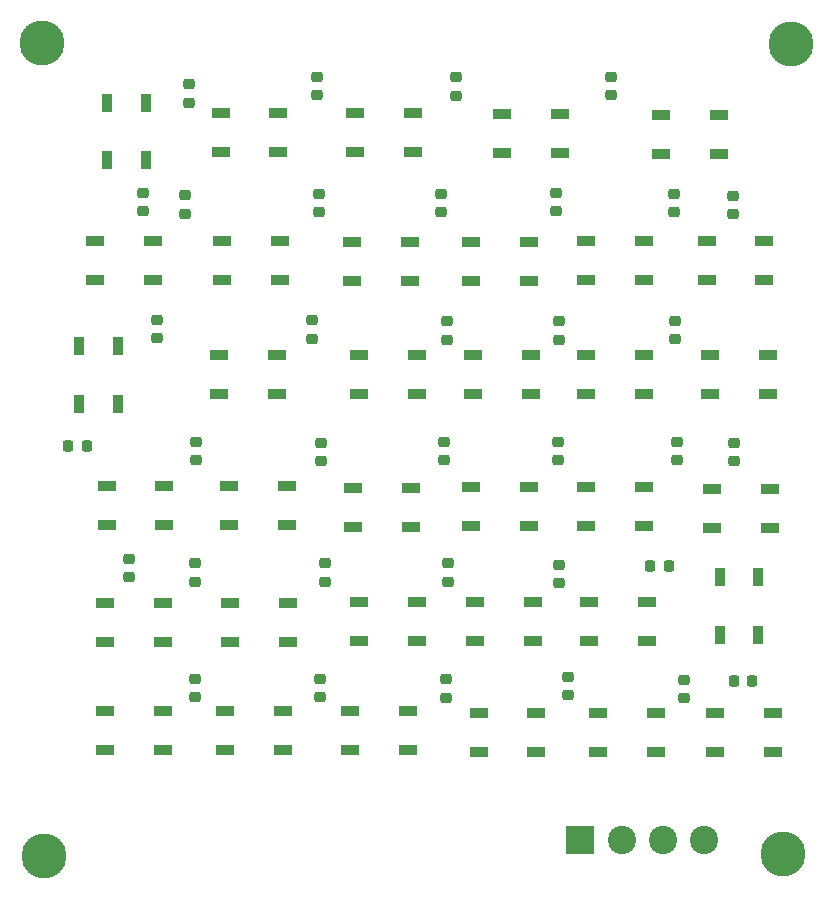
<source format=gts>
G04 #@! TF.GenerationSoftware,KiCad,Pcbnew,7.0.5*
G04 #@! TF.CreationDate,2023-10-10T09:39:28+02:00*
G04 #@! TF.ProjectId,Lichten-PCB,4c696368-7465-46e2-9d50-43422e6b6963,rev?*
G04 #@! TF.SameCoordinates,Original*
G04 #@! TF.FileFunction,Soldermask,Top*
G04 #@! TF.FilePolarity,Negative*
%FSLAX46Y46*%
G04 Gerber Fmt 4.6, Leading zero omitted, Abs format (unit mm)*
G04 Created by KiCad (PCBNEW 7.0.5) date 2023-10-10 09:39:28*
%MOMM*%
%LPD*%
G01*
G04 APERTURE LIST*
G04 Aperture macros list*
%AMRoundRect*
0 Rectangle with rounded corners*
0 $1 Rounding radius*
0 $2 $3 $4 $5 $6 $7 $8 $9 X,Y pos of 4 corners*
0 Add a 4 corners polygon primitive as box body*
4,1,4,$2,$3,$4,$5,$6,$7,$8,$9,$2,$3,0*
0 Add four circle primitives for the rounded corners*
1,1,$1+$1,$2,$3*
1,1,$1+$1,$4,$5*
1,1,$1+$1,$6,$7*
1,1,$1+$1,$8,$9*
0 Add four rect primitives between the rounded corners*
20,1,$1+$1,$2,$3,$4,$5,0*
20,1,$1+$1,$4,$5,$6,$7,0*
20,1,$1+$1,$6,$7,$8,$9,0*
20,1,$1+$1,$8,$9,$2,$3,0*%
G04 Aperture macros list end*
%ADD10RoundRect,0.225000X0.250000X-0.225000X0.250000X0.225000X-0.250000X0.225000X-0.250000X-0.225000X0*%
%ADD11R,0.900000X1.500000*%
%ADD12R,1.500000X0.900000*%
%ADD13RoundRect,0.225000X0.225000X0.250000X-0.225000X0.250000X-0.225000X-0.250000X0.225000X-0.250000X0*%
%ADD14C,3.800000*%
%ADD15RoundRect,0.225000X-0.225000X-0.250000X0.225000X-0.250000X0.225000X0.250000X-0.225000X0.250000X0*%
%ADD16R,2.400000X2.400000*%
%ADD17C,2.400000*%
G04 APERTURE END LIST*
D10*
X140500000Y-97875000D03*
X140500000Y-96325000D03*
D11*
X111700000Y-82700000D03*
X115000000Y-82700000D03*
X115000000Y-77800000D03*
X111700000Y-77800000D03*
D10*
X159750000Y-87100000D03*
X159750000Y-85550000D03*
D11*
X109350000Y-103350000D03*
X112650000Y-103350000D03*
X112650000Y-98450000D03*
X109350000Y-98450000D03*
D12*
X111700000Y-110300000D03*
X111700000Y-113600000D03*
X116600000Y-113600000D03*
X116600000Y-110300000D03*
X111550000Y-129350000D03*
X111550000Y-132650000D03*
X116450000Y-132650000D03*
X116450000Y-129350000D03*
D10*
X119200000Y-118375000D03*
X119200000Y-116825000D03*
D13*
X110025000Y-106850000D03*
X108475000Y-106850000D03*
D12*
X162500000Y-89550000D03*
X162500000Y-92850000D03*
X167400000Y-92850000D03*
X167400000Y-89550000D03*
X162950000Y-110550000D03*
X162950000Y-113850000D03*
X167850000Y-113850000D03*
X167850000Y-110550000D03*
D10*
X116000000Y-97775000D03*
X116000000Y-96225000D03*
D12*
X158650000Y-78850000D03*
X158650000Y-82150000D03*
X163550000Y-82150000D03*
X163550000Y-78850000D03*
X142750000Y-99200000D03*
X142750000Y-102500000D03*
X147650000Y-102500000D03*
X147650000Y-99200000D03*
D10*
X118350000Y-87200000D03*
X118350000Y-85650000D03*
X114800000Y-86975000D03*
X114800000Y-85425000D03*
X150000000Y-118475000D03*
X150000000Y-116925000D03*
D12*
X143200000Y-129500000D03*
X143200000Y-132800000D03*
X148100000Y-132800000D03*
X148100000Y-129500000D03*
X133050000Y-99150000D03*
X133050000Y-102450000D03*
X137950000Y-102450000D03*
X137950000Y-99150000D03*
X121750000Y-129350000D03*
X121750000Y-132650000D03*
X126650000Y-132650000D03*
X126650000Y-129350000D03*
X162800000Y-99200000D03*
X162800000Y-102500000D03*
X167700000Y-102500000D03*
X167700000Y-99200000D03*
D10*
X149750000Y-87000000D03*
X149750000Y-85450000D03*
X160600000Y-128200000D03*
X160600000Y-126650000D03*
D12*
X122100000Y-110300000D03*
X122100000Y-113600000D03*
X127000000Y-113600000D03*
X127000000Y-110300000D03*
X152300000Y-89550000D03*
X152300000Y-92850000D03*
X157200000Y-92850000D03*
X157200000Y-89550000D03*
D11*
X163600000Y-122900000D03*
X166900000Y-122900000D03*
X166900000Y-118000000D03*
X163600000Y-118000000D03*
D10*
X130200000Y-118350000D03*
X130200000Y-116800000D03*
X140300000Y-108050000D03*
X140300000Y-106500000D03*
X129100000Y-97800000D03*
X129100000Y-96250000D03*
X140600000Y-118375000D03*
X140600000Y-116825000D03*
D12*
X121450000Y-89550000D03*
X121450000Y-92850000D03*
X126350000Y-92850000D03*
X126350000Y-89550000D03*
X122150000Y-120150000D03*
X122150000Y-123450000D03*
X127050000Y-123450000D03*
X127050000Y-120150000D03*
D10*
X164800000Y-108175000D03*
X164800000Y-106625000D03*
X150000000Y-97875000D03*
X150000000Y-96325000D03*
D14*
X169610000Y-72860000D03*
D12*
X142600000Y-89600000D03*
X142600000Y-92900000D03*
X147500000Y-92900000D03*
X147500000Y-89600000D03*
D14*
X169000000Y-141400000D03*
D10*
X118675000Y-77800000D03*
X118675000Y-76250000D03*
D12*
X110700000Y-89550000D03*
X110700000Y-92850000D03*
X115600000Y-92850000D03*
X115600000Y-89550000D03*
D10*
X154400000Y-77175000D03*
X154400000Y-75625000D03*
X129900000Y-108150000D03*
X129900000Y-106600000D03*
D12*
X132750000Y-78650000D03*
X132750000Y-81950000D03*
X137650000Y-81950000D03*
X137650000Y-78650000D03*
D10*
X129650000Y-87050000D03*
X129650000Y-85500000D03*
D12*
X153350000Y-129500000D03*
X153350000Y-132800000D03*
X158250000Y-132800000D03*
X158250000Y-129500000D03*
D10*
X129550000Y-77200000D03*
X129550000Y-75650000D03*
X140400000Y-128175000D03*
X140400000Y-126625000D03*
D12*
X133100000Y-120100000D03*
X133100000Y-123400000D03*
X138000000Y-123400000D03*
X138000000Y-120100000D03*
D10*
X113600000Y-117975000D03*
X113600000Y-116425000D03*
X119200000Y-128150000D03*
X119200000Y-126600000D03*
X141300000Y-77225000D03*
X141300000Y-75675000D03*
D13*
X159300000Y-117000000D03*
X157750000Y-117000000D03*
D14*
X106400000Y-141600000D03*
D15*
X164825000Y-126750000D03*
X166375000Y-126750000D03*
D12*
X152300000Y-110350000D03*
X152300000Y-113650000D03*
X157200000Y-113650000D03*
X157200000Y-110350000D03*
X121200000Y-99200000D03*
X121200000Y-102500000D03*
X126100000Y-102500000D03*
X126100000Y-99200000D03*
X145200000Y-78800000D03*
X145200000Y-82100000D03*
X150100000Y-82100000D03*
X150100000Y-78800000D03*
X152550000Y-120050000D03*
X152550000Y-123350000D03*
X157450000Y-123350000D03*
X157450000Y-120050000D03*
X142550000Y-110350000D03*
X142550000Y-113650000D03*
X147450000Y-113650000D03*
X147450000Y-110350000D03*
X142900000Y-120100000D03*
X142900000Y-123400000D03*
X147800000Y-123400000D03*
X147800000Y-120100000D03*
X152300000Y-99200000D03*
X152300000Y-102500000D03*
X157200000Y-102500000D03*
X157200000Y-99200000D03*
X132600000Y-110400000D03*
X132600000Y-113700000D03*
X137500000Y-113700000D03*
X137500000Y-110400000D03*
D10*
X129800000Y-128150000D03*
X129800000Y-126600000D03*
X160000000Y-108075000D03*
X160000000Y-106525000D03*
D12*
X121350000Y-78650000D03*
X121350000Y-81950000D03*
X126250000Y-81950000D03*
X126250000Y-78650000D03*
X132350000Y-129350000D03*
X132350000Y-132650000D03*
X137250000Y-132650000D03*
X137250000Y-129350000D03*
D10*
X149900000Y-108075000D03*
X149900000Y-106525000D03*
D12*
X132500000Y-89600000D03*
X132500000Y-92900000D03*
X137400000Y-92900000D03*
X137400000Y-89600000D03*
D16*
X151810000Y-140230000D03*
D17*
X155310000Y-140230000D03*
X158810000Y-140230000D03*
X162310000Y-140230000D03*
D10*
X150800000Y-127950000D03*
X150800000Y-126400000D03*
X119300000Y-108100000D03*
X119300000Y-106550000D03*
X164700000Y-87225000D03*
X164700000Y-85675000D03*
D12*
X111550000Y-120150000D03*
X111550000Y-123450000D03*
X116450000Y-123450000D03*
X116450000Y-120150000D03*
X163200000Y-129500000D03*
X163200000Y-132800000D03*
X168100000Y-132800000D03*
X168100000Y-129500000D03*
D14*
X106260000Y-72780000D03*
D10*
X159800000Y-97850000D03*
X159800000Y-96300000D03*
X140050000Y-87100000D03*
X140050000Y-85550000D03*
M02*

</source>
